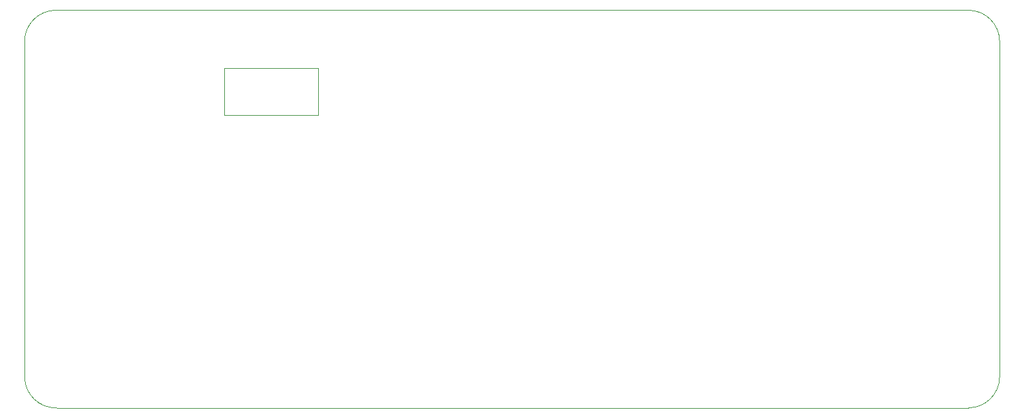
<source format=gm1>
G04 #@! TF.GenerationSoftware,KiCad,Pcbnew,(5.1.9)-1*
G04 #@! TF.CreationDate,2022-01-12T11:11:23-07:00*
G04 #@! TF.ProjectId,KiCAD_Front_Plate_02,4b694341-445f-4467-926f-6e745f506c61,rev?*
G04 #@! TF.SameCoordinates,Original*
G04 #@! TF.FileFunction,Profile,NP*
%FSLAX46Y46*%
G04 Gerber Fmt 4.6, Leading zero omitted, Abs format (unit mm)*
G04 Created by KiCad (PCBNEW (5.1.9)-1) date 2022-01-12 11:11:23*
%MOMM*%
%LPD*%
G01*
G04 APERTURE LIST*
G04 #@! TA.AperFunction,Profile*
%ADD10C,0.050000*%
G04 #@! TD*
G04 APERTURE END LIST*
D10*
X4100000Y-50900000D02*
G75*
G02*
X0Y-47000000I-100000J4000000D01*
G01*
X124800000Y-46900000D02*
G75*
G02*
X120800000Y-50900000I-4000000J0D01*
G01*
X120800000Y0D02*
G75*
G02*
X124800000Y-4000000I0J-4000000D01*
G01*
X0Y-4000000D02*
G75*
G02*
X4000000Y0I4000000J0D01*
G01*
X37565000Y-7400000D02*
X37565000Y-13400000D01*
X25565000Y-7400000D02*
X25565000Y-13400000D01*
X25565000Y-7400000D02*
X37565000Y-7400000D01*
X25565000Y-13400000D02*
X37565000Y-13400000D01*
X124800000Y-46900000D02*
X124800000Y-4000000D01*
X4100000Y-50900000D02*
X120800000Y-50900000D01*
X0Y-4000000D02*
X0Y-47000000D01*
X4000000Y0D02*
X120800000Y0D01*
M02*

</source>
